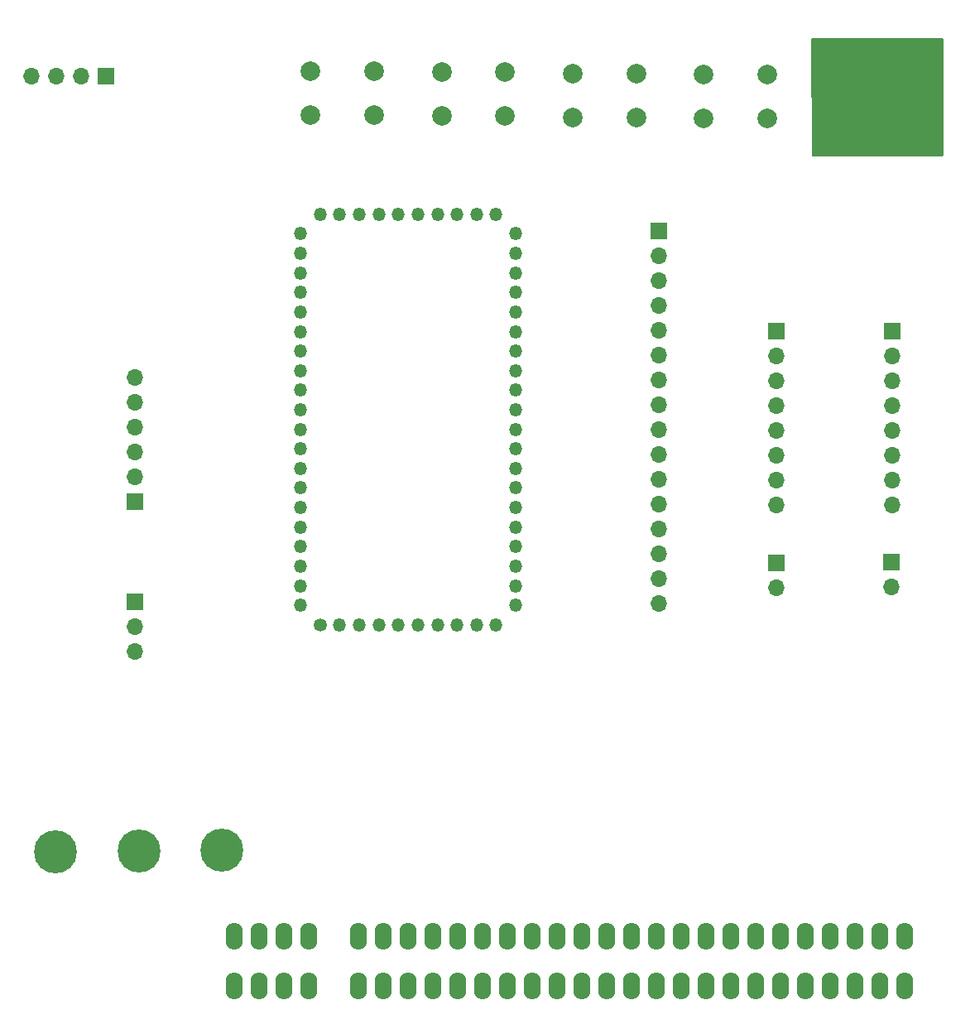
<source format=gbs>
%TF.GenerationSoftware,KiCad,Pcbnew,8.0.6-8.0.6-0~ubuntu22.04.1*%
%TF.CreationDate,2024-11-29T09:40:31+00:00*%
%TF.ProjectId,zx-spectrum-pico-dma,7a782d73-7065-4637-9472-756d2d706963,rev?*%
%TF.SameCoordinates,Original*%
%TF.FileFunction,Soldermask,Bot*%
%TF.FilePolarity,Negative*%
%FSLAX46Y46*%
G04 Gerber Fmt 4.6, Leading zero omitted, Abs format (unit mm)*
G04 Created by KiCad (PCBNEW 8.0.6-8.0.6-0~ubuntu22.04.1) date 2024-11-29 09:40:31*
%MOMM*%
%LPD*%
G01*
G04 APERTURE LIST*
%ADD10R,1.700000X1.700000*%
%ADD11O,1.700000X1.700000*%
%ADD12C,2.000000*%
%ADD13C,4.400000*%
%ADD14C,1.350000*%
%ADD15O,1.350000X1.350000*%
%ADD16O,1.727200X2.800000*%
G04 APERTURE END LIST*
D10*
%TO.C,J108*%
X67100000Y-100525000D03*
D11*
X67100000Y-97985000D03*
X67100000Y-95445000D03*
X67100000Y-92905000D03*
X67100000Y-90365000D03*
X67100000Y-87825000D03*
%TD*%
D10*
%TO.C,J105*%
X144550000Y-83020000D03*
D11*
X144550000Y-85560000D03*
X144550000Y-88100000D03*
X144550000Y-90640000D03*
X144550000Y-93180000D03*
X144550000Y-95720000D03*
X144550000Y-98260000D03*
X144550000Y-100800000D03*
%TD*%
D12*
%TO.C,SW104*%
X131800000Y-61299998D03*
X125300000Y-61299998D03*
X131800000Y-56799998D03*
X125300000Y-56799998D03*
%TD*%
%TO.C,SW103*%
X118383332Y-61183332D03*
X111883332Y-61183332D03*
X118383332Y-56683332D03*
X111883332Y-56683332D03*
%TD*%
%TO.C,SW102*%
X104966666Y-61066666D03*
X98466666Y-61066666D03*
X104966666Y-56566666D03*
X98466666Y-56566666D03*
%TD*%
%TO.C,SW101*%
X91550000Y-60950000D03*
X85050000Y-60950000D03*
X91550000Y-56450000D03*
X85050000Y-56450000D03*
%TD*%
D11*
%TO.C,J107*%
X56520000Y-56950000D03*
X59060000Y-56950000D03*
X61600000Y-56950000D03*
D10*
X64140000Y-56950000D03*
%TD*%
D11*
%TO.C,J106*%
X144500000Y-109200000D03*
D10*
X144500000Y-106660000D03*
%TD*%
%TO.C,J104*%
X120700000Y-72850000D03*
D11*
X120700000Y-75390000D03*
X120700000Y-77930000D03*
X120700000Y-80470000D03*
X120700000Y-83010000D03*
X120700000Y-85550000D03*
X120700000Y-88090000D03*
X120700000Y-90630000D03*
X120700000Y-93170000D03*
X120700000Y-95710000D03*
X120700000Y-98250000D03*
X120700000Y-100790000D03*
X120700000Y-103330000D03*
X120700000Y-105870000D03*
X120700000Y-108410000D03*
X120700000Y-110950000D03*
%TD*%
D10*
%TO.C,J103*%
X132700000Y-83030000D03*
D11*
X132700000Y-85570000D03*
X132700000Y-88110000D03*
X132700000Y-90650000D03*
X132700000Y-93190000D03*
X132700000Y-95730000D03*
X132700000Y-98270000D03*
X132700000Y-100810000D03*
%TD*%
%TO.C,J102*%
X132750000Y-109300000D03*
D10*
X132750000Y-106760000D03*
%TD*%
D11*
%TO.C,J101*%
X67100000Y-115800000D03*
X67100000Y-113260000D03*
D10*
X67100000Y-110720000D03*
%TD*%
D13*
%TO.C,H103*%
X76025000Y-136150000D03*
%TD*%
%TO.C,H102*%
X67500000Y-136250000D03*
%TD*%
%TO.C,H101*%
X58975000Y-136350000D03*
%TD*%
D14*
%TO.C,U101*%
X86050000Y-113100000D03*
D15*
X88050000Y-113100000D03*
X90050000Y-113100000D03*
X92050000Y-113100000D03*
X94050000Y-113100000D03*
X96050000Y-113100000D03*
X98050000Y-113100000D03*
X100050000Y-113100000D03*
X102050000Y-113100000D03*
X104050000Y-113100000D03*
X106050000Y-111100000D03*
X106050000Y-109100000D03*
X106050000Y-107100000D03*
X106050000Y-105100000D03*
X106050000Y-103100000D03*
X106050000Y-101100000D03*
X106050000Y-99100000D03*
X106050000Y-97100000D03*
X106050000Y-95100000D03*
X106050000Y-93100000D03*
X106050000Y-91100000D03*
X106050000Y-89100000D03*
X106050000Y-87100000D03*
X106050000Y-85100000D03*
X106050000Y-83100000D03*
X106050000Y-81100000D03*
X106050000Y-79100000D03*
X106050000Y-77100000D03*
X106050000Y-75100000D03*
X106050000Y-73100000D03*
X84050000Y-93100000D03*
X84050000Y-95100000D03*
X84050000Y-97100000D03*
X84050000Y-99100000D03*
X84050000Y-101100000D03*
X84050000Y-103100000D03*
X84050000Y-105100000D03*
X84050000Y-107100000D03*
X84050000Y-109100000D03*
X84050000Y-111100000D03*
X104050000Y-71100000D03*
X102050000Y-71100000D03*
X100050000Y-71100000D03*
X98050000Y-71100000D03*
X96050000Y-71100000D03*
X94050000Y-71100000D03*
X92050000Y-71100000D03*
X90050000Y-71100000D03*
X88050000Y-71100000D03*
X86050000Y-71100000D03*
X84050000Y-73100000D03*
X84050000Y-75100000D03*
X84050000Y-77100000D03*
X84050000Y-79100000D03*
X84050000Y-81100000D03*
X84050000Y-83100000D03*
X84050000Y-85100000D03*
X84050000Y-87100000D03*
X84050000Y-89100000D03*
X84050000Y-91100000D03*
%TD*%
D16*
%TO.C,Z101*%
X77242000Y-144948000D03*
X79782000Y-144948000D03*
X82322000Y-144948000D03*
X84862000Y-144948000D03*
X89942000Y-144948000D03*
X92482000Y-144948000D03*
X95022000Y-144948000D03*
X97562000Y-144948000D03*
X100102000Y-144948000D03*
X102642000Y-144948000D03*
X105182000Y-144948000D03*
X107722000Y-144948000D03*
X110262000Y-144948000D03*
X112802000Y-144948000D03*
X115342000Y-144948000D03*
X117882000Y-144948000D03*
X120422000Y-144948000D03*
X122962000Y-144948000D03*
X125502000Y-144948000D03*
X128042000Y-144948000D03*
X130582000Y-144948000D03*
X133122000Y-144948000D03*
X135662000Y-144948000D03*
X138202000Y-144948000D03*
X140742000Y-144948000D03*
X143282000Y-144948000D03*
X145822000Y-144948000D03*
X77242000Y-150028000D03*
X79782000Y-150028000D03*
X82322000Y-150028000D03*
X84862000Y-150028000D03*
X89942000Y-150028000D03*
X92482000Y-150028000D03*
X95022000Y-150028000D03*
X97562000Y-150028000D03*
X100102000Y-150028000D03*
X102642000Y-150028000D03*
X105182000Y-150028000D03*
X107722000Y-150028000D03*
X110262000Y-150028000D03*
X112802000Y-150028000D03*
X115342000Y-150028000D03*
X117882000Y-150028000D03*
X120422000Y-150028000D03*
X122962000Y-150028000D03*
X125502000Y-150028000D03*
X128042000Y-150028000D03*
X130582000Y-150028000D03*
X133122000Y-150028000D03*
X135662000Y-150028000D03*
X138202000Y-150028000D03*
X140742000Y-150028000D03*
X143282000Y-150028000D03*
X145822000Y-150028000D03*
%TD*%
G36*
X149730121Y-53096002D02*
G01*
X149776614Y-53149658D01*
X149788000Y-53202000D01*
X149788000Y-65040000D01*
X149767998Y-65108121D01*
X149714342Y-65154614D01*
X149662000Y-65166000D01*
X136455506Y-65166000D01*
X136387385Y-65145998D01*
X136340892Y-65092342D01*
X136329507Y-65040495D01*
X136282958Y-53202495D01*
X136302692Y-53134297D01*
X136356164Y-53087593D01*
X136408957Y-53076000D01*
X149662000Y-53076000D01*
X149730121Y-53096002D01*
G37*
M02*

</source>
